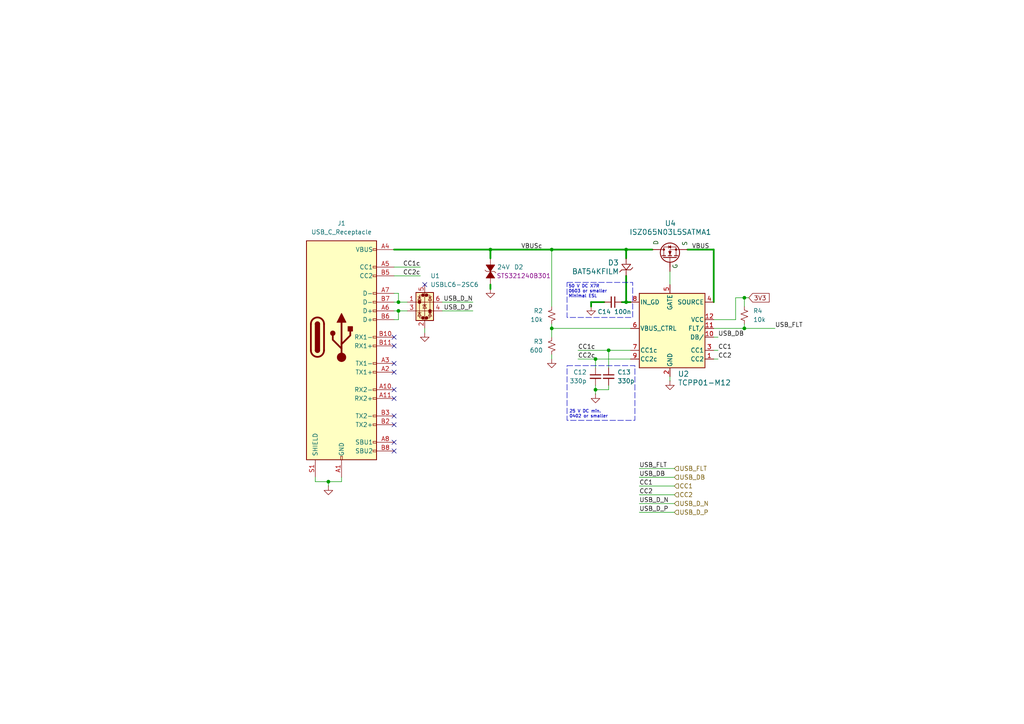
<source format=kicad_sch>
(kicad_sch (version 20231120) (generator "eeschema") (generator_version "8.0")
  (paper "A4")
  (lib_symbols
    (symbol "BAT54KFILM:BAT54KFILM" (pin_numbers hide) (pin_names (offset 0.254) hide)
      (property "Reference" "D" (at 12.7 7.62 0))
      (property "Value" "BAT54KFILM" (at 4.064 7.62 0))
      (symbol "BAT54KFILM_0_1"
        (polyline (pts (xy 1.1194 1.8962) (xy 1.7544 1.2612)) (stroke (width 0.2032)))
        (polyline (pts (xy 1.27 0) (xy 1.8477 0)))
        (polyline (pts (xy 1.7544 -1.2788) (xy 2.3894 -1.9138)) (stroke (width 0.2032)))
        (polyline (pts (xy 1.7544 -0.0088) (xy 3.3117 -1.2732)) (stroke (width 0.2032)))
        (polyline (pts (xy 1.7544 1.2612) (xy 1.7544 -1.2788)) (stroke (width 0.2032)))
        (polyline (pts (xy 3.3117 1.2269) (xy 1.7544 -0.0088)) (stroke (width 0.2032)))
        (polyline (pts (xy 3.3548 -1.3019) (xy 3.3548 1.2381)) (stroke (width 0.2032)))
        (polyline (pts (xy 3.81 0) (xy 3.3578 0)))
      )
      (symbol "BAT54KFILM_1_1"
        (pin passive line (at 0 0 0) (length 1.27) (name "") (number "1"))
        (pin passive line (at 5.08 0 180) (length 1.27) (name "") (number "2"))
      )
    )
    (symbol "Connector:USB_C_Receptacle" (pin_names (offset 1.016))
      (property "Reference" "J" (at -10.16 29.21 0))
      (property "Value" "USB_C_Receptacle" (at 10.16 29.21 0))
      (symbol "USB_C_Receptacle_0_0"
        (rectangle (start -0.254 -35.56) (end 0.254 -34.544))
        (rectangle (start 10.16 -32.766) (end 9.144 -33.274))
        (rectangle (start 10.16 -30.226) (end 9.144 -30.734))
        (rectangle (start 10.16 -25.146) (end 9.144 -25.654))
        (rectangle (start 10.16 -22.606) (end 9.144 -23.114))
        (rectangle (start 10.16 -17.526) (end 9.144 -18.034))
        (rectangle (start 10.16 -14.986) (end 9.144 -15.494))
        (rectangle (start 10.16 -9.906) (end 9.144 -10.414))
        (rectangle (start 10.16 -7.366) (end 9.144 -7.874))
        (rectangle (start 10.16 -2.286) (end 9.144 -2.794))
        (rectangle (start 10.16 0.254) (end 9.144 -0.254))
        (rectangle (start 10.16 5.334) (end 9.144 4.826))
        (rectangle (start 10.16 7.874) (end 9.144 7.366))
        (rectangle (start 10.16 10.414) (end 9.144 9.906))
        (rectangle (start 10.16 12.954) (end 9.144 12.446))
        (rectangle (start 10.16 18.034) (end 9.144 17.526))
        (rectangle (start 10.16 20.574) (end 9.144 20.066))
        (rectangle (start 10.16 25.654) (end 9.144 25.146))
      )
      (symbol "USB_C_Receptacle_0_1"
        (rectangle (start -10.16 27.94) (end 10.16 -35.56) (stroke (width 0.254)) (fill (type background)))
        (arc (start -8.89 -3.81) (mid -6.985 -5.7067) (end -5.08 -3.81) (stroke (width 0.508)))
        (arc (start -7.62 -3.81) (mid -6.985 -4.4423) (end -6.35 -3.81) (stroke (width 0.254)))
        (arc (start -7.62 -3.81) (mid -6.985 -4.4423) (end -6.35 -3.81) (stroke (width 0.254)) (fill (type outline)))
        (rectangle (start -7.62 -3.81) (end -6.35 3.81) (stroke (width 0.254)) (fill (type outline)))
        (arc (start -6.35 3.81) (mid -6.985 4.4423) (end -7.62 3.81) (stroke (width 0.254)))
        (arc (start -6.35 3.81) (mid -6.985 4.4423) (end -7.62 3.81) (stroke (width 0.254)) (fill (type outline)))
        (arc (start -5.08 3.81) (mid -6.985 5.7067) (end -8.89 3.81) (stroke (width 0.508)))
        (polyline (pts (xy -8.89 -3.81) (xy -8.89 3.81)) (stroke (width 0.508)))
        (polyline (pts (xy -5.08 3.81) (xy -5.08 -3.81)) (stroke (width 0.508)))
      )
      (symbol "USB_C_Receptacle_1_1"
        (circle (center -2.54 1.143) (radius 0.635) (stroke (width 0.254)) (fill (type outline)))
        (circle (center 0 -5.842) (radius 1.27) (fill (type outline)))
        (polyline (pts (xy 0 -5.842) (xy 0 4.318)) (stroke (width 0.508)))
        (polyline (pts (xy 0 -3.302) (xy -2.54 -0.762) (xy -2.54 0.508)) (stroke (width 0.508)))
        (polyline (pts (xy 0 -2.032) (xy 2.54 0.508) (xy 2.54 1.778)) (stroke (width 0.508)))
        (polyline (pts (xy -1.27 4.318) (xy 0 6.858) (xy 1.27 4.318) (xy -1.27 4.318)) (stroke (width 0.254)) (fill (type outline)))
        (rectangle (start 1.905 1.778) (end 3.175 3.048) (stroke (width 0.254)) (fill (type outline)))
        (pin passive line (at 0 -40.64 90) (length 5.08) (name "GND") (number "A1"))
        (pin bidirectional line (at 15.24 -15.24 180) (length 5.08) (name "RX2-") (number "A10"))
        (pin bidirectional line (at 15.24 -17.78 180) (length 5.08) (name "RX2+") (number "A11"))
        (pin passive line (at 0 -40.64 90) (length 5.08) hide (name "GND") (number "A12"))
        (pin bidirectional line (at 15.24 -10.16 180) (length 5.08) (name "TX1+") (number "A2"))
        (pin bidirectional line (at 15.24 -7.62 180) (length 5.08) (name "TX1-") (number "A3"))
        (pin passive line (at 15.24 25.4 180) (length 5.08) (name "VBUS") (number "A4"))
        (pin bidirectional line (at 15.24 20.32 180) (length 5.08) (name "CC1") (number "A5"))
        (pin bidirectional line (at 15.24 7.62 180) (length 5.08) (name "D+") (number "A6"))
        (pin bidirectional line (at 15.24 12.7 180) (length 5.08) (name "D-") (number "A7"))
        (pin bidirectional line (at 15.24 -30.48 180) (length 5.08) (name "SBU1") (number "A8"))
        (pin passive line (at 15.24 25.4 180) (length 5.08) hide (name "VBUS") (number "A9"))
        (pin passive line (at 0 -40.64 90) (length 5.08) hide (name "GND") (number "B1"))
        (pin bidirectional line (at 15.24 0 180) (length 5.08) (name "RX1-") (number "B10"))
        (pin bidirectional line (at 15.24 -2.54 180) (length 5.08) (name "RX1+") (number "B11"))
        (pin passive line (at 0 -40.64 90) (length 5.08) hide (name "GND") (number "B12"))
        (pin bidirectional line (at 15.24 -25.4 180) (length 5.08) (name "TX2+") (number "B2"))
        (pin bidirectional line (at 15.24 -22.86 180) (length 5.08) (name "TX2-") (number "B3"))
        (pin passive line (at 15.24 25.4 180) (length 5.08) hide (name "VBUS") (number "B4"))
        (pin bidirectional line (at 15.24 17.78 180) (length 5.08) (name "CC2") (number "B5"))
        (pin bidirectional line (at 15.24 5.08 180) (length 5.08) (name "D+") (number "B6"))
        (pin bidirectional line (at 15.24 10.16 180) (length 5.08) (name "D-") (number "B7"))
        (pin bidirectional line (at 15.24 -33.02 180) (length 5.08) (name "SBU2") (number "B8"))
        (pin passive line (at 15.24 25.4 180) (length 5.08) hide (name "VBUS") (number "B9"))
        (pin passive line (at -7.62 -40.64 90) (length 5.08) (name "SHIELD") (number "S1"))
      )
    )
    (symbol "Device:C_Small" (pin_numbers hide) (pin_names (offset 0.254) hide)
      (property "Reference" "C" (at 0.254 1.778 0))
      (property "Value" "C_Small" (at 0.254 -2.032 0))
      (symbol "C_Small_0_1"
        (polyline (pts (xy -1.524 -0.508) (xy 1.524 -0.508)) (stroke (width 0.3302)))
        (polyline (pts (xy -1.524 0.508) (xy 1.524 0.508)) (stroke (width 0.3048)))
      )
      (symbol "C_Small_1_1"
        (pin passive line (at 0 2.54 270) (length 2.032) (name "~") (number "1"))
        (pin passive line (at 0 -2.54 90) (length 2.032) (name "~") (number "2"))
      )
    )
    (symbol "Device:R_Small_US" (pin_numbers hide) (pin_names (offset 0.254) hide)
      (property "Reference" "R" (at 0.762 0.508 0))
      (property "Value" "R_Small_US" (at 0.762 -1.016 0))
      (symbol "R_Small_US_1_1"
        (polyline (pts (xy 0 0) (xy 1.016 -0.381) (xy 0 -0.762) (xy -1.016 -1.143) (xy 0 -1.524)))
        (polyline (pts (xy 0 1.524) (xy 1.016 1.143) (xy 0 0.762) (xy -1.016 0.381) (xy 0 0)))
        (pin passive line (at 0 2.54 270) (length 1.016) (name "~") (number "1"))
        (pin passive line (at 0 -2.54 90) (length 1.016) (name "~") (number "2"))
      )
    )
    (symbol "ISZ065N03L5SATMA1:ISZ065N03L5SATMA1" (pin_numbers hide) (pin_names (offset 0.254) hide)
      (property "Reference" "U" (at 21.082 2.794 0))
      (property "Value" "ISZ065N03L5SATMA1" (at 21.082 0.254 0))
      (symbol "ISZ065N03L5SATMA1_0_1"
        (polyline (pts (xy 4.064 0) (xy 1.27 0)))
        (polyline (pts (xy 4.064 1.905) (xy 4.064 -1.905)) (stroke (width 0.254)))
        (polyline (pts (xy 4.572 -1.27) (xy 4.572 -2.286)) (stroke (width 0.254)))
        (polyline (pts (xy 4.572 0.508) (xy 4.572 -0.508)) (stroke (width 0.254)))
        (polyline (pts (xy 4.572 2.286) (xy 4.572 1.27)) (stroke (width 0.254)))
        (polyline (pts (xy 6.35 2.54) (xy 6.35 1.778)))
        (polyline (pts (xy 6.35 -2.54) (xy 6.35 0) (xy 4.572 0)))
        (polyline (pts (xy 4.572 -1.778) (xy 7.112 -1.778) (xy 7.112 1.778) (xy 4.572 1.778)))
        (polyline (pts (xy 4.826 0) (xy 5.842 0.381) (xy 5.842 -0.381) (xy 4.826 0)) (fill (type outline)))
        (polyline (pts (xy 7.112 0.381) (xy 6.731 -0.254) (xy 7.493 -0.254) (xy 7.112 0.381)) (fill (type outline)))
        (circle (center 5.461 0) (radius 2.794) (stroke (width 0.254)))
        (circle (center 6.35 -1.778) (radius 0.254) (fill (type outline)))
        (circle (center 6.35 1.778) (radius 0.254) (fill (type outline)))
      )
      (symbol "ISZ065N03L5SATMA1_1_1"
        (polyline (pts (xy 6.7149 0.4191) (xy 7.5194 0.4191)))
        (text "D" (at 8.382 4.064 0) (effects (font (size 1.27 1.27))))
        (text "G" (at 1.524 -1.524 0) (effects (font (size 1.27 1.27))))
        (text "S" (at 8.128 -4.318 0) (effects (font (size 1.27 1.27))))
        (pin passive line (at 6.35 -5.08 90) (length 2.54) (name "") (number "1"))
        (pin passive line (at 6.35 -5.08 90) (length 2.54) hide (name "") (number "2"))
        (pin passive line (at 6.35 -5.08 90) (length 2.54) hide (name "") (number "3"))
        (pin passive line (at 0 0 0) (length 2.54) (name "") (number "4"))
        (pin passive line (at 6.35 5.08 270) (length 2.54) (name "D") (number "5"))
        (pin passive line (at 6.35 5.08 270) (length 2.54) hide (name "D") (number "6"))
        (pin passive line (at 6.35 5.08 270) (length 2.54) hide (name "D") (number "7"))
        (pin passive line (at 6.35 5.08 270) (length 2.54) hide (name "D") (number "8"))
      )
    )
    (symbol "Power_Protection:USBLC6-2SC6" (pin_names hide)
      (property "Reference" "U" (at 0.635 5.715 0))
      (property "Value" "USBLC6-2SC6" (at 0.635 3.81 0))
      (symbol "USBLC6-2SC6_0_0"
        (circle (center -1.524 0) (radius 0.0001) (stroke (width 0.508)))
        (circle (center -0.508 -4.572) (radius 0.0001) (stroke (width 0.508)))
        (circle (center -0.508 2.032) (radius 0.0001) (stroke (width 0.508)))
        (circle (center 0.508 -4.572) (radius 0.0001) (stroke (width 0.508)))
        (circle (center 0.508 2.032) (radius 0.0001) (stroke (width 0.508)))
        (circle (center 1.524 -2.54) (radius 0.0001) (stroke (width 0.508)))
      )
      (symbol "USBLC6-2SC6_0_1"
        (polyline (pts (xy -2.54 -2.54) (xy 2.54 -2.54)))
        (polyline (pts (xy -2.54 0) (xy 2.54 0)))
        (polyline (pts (xy -2.032 -3.048) (xy -1.016 -3.048)))
        (polyline (pts (xy -1.016 1.524) (xy -2.032 1.524)))
        (polyline (pts (xy 1.016 -3.048) (xy 2.032 -3.048)))
        (polyline (pts (xy 1.016 1.524) (xy 2.032 1.524)))
        (polyline (pts (xy -0.508 -1.143) (xy -0.508 -0.762) (xy 0.508 -0.762)))
        (polyline (pts (xy -2.032 0.508) (xy -1.016 0.508) (xy -1.524 1.524) (xy -2.032 0.508)))
        (polyline (pts (xy -1.016 -4.064) (xy -2.032 -4.064) (xy -1.524 -3.048) (xy -1.016 -4.064)))
        (polyline (pts (xy 0.508 -1.778) (xy -0.508 -1.778) (xy 0 -0.762) (xy 0.508 -1.778)))
        (polyline (pts (xy 2.032 -4.064) (xy 1.016 -4.064) (xy 1.524 -3.048) (xy 2.032 -4.064)))
        (polyline (pts (xy 2.032 0.508) (xy 1.016 0.508) (xy 1.524 1.524) (xy 2.032 0.508)))
        (polyline (pts (xy 0 2.54) (xy -0.508 2.032) (xy 0.508 2.032) (xy 0 1.524) (xy 0 -4.064) (xy -0.508 -4.572) (xy 0.508 -4.572) (xy 0 -5.08)))
      )
      (symbol "USBLC6-2SC6_1_1"
        (rectangle (start -2.54 2.794) (end 2.54 -5.334) (stroke (width 0.254)) (fill (type background)))
        (polyline (pts (xy -0.508 2.032) (xy -1.524 2.032) (xy -1.524 -4.572) (xy -0.508 -4.572)))
        (polyline (pts (xy 0.508 -4.572) (xy 1.524 -4.572) (xy 1.524 2.032) (xy 0.508 2.032)))
        (pin passive line (at -5.08 0 0) (length 2.54) (name "I/O1") (number "1"))
        (pin passive line (at 0 -7.62 90) (length 2.54) (name "GND") (number "2"))
        (pin passive line (at -5.08 -2.54 0) (length 2.54) (name "I/O2") (number "3"))
        (pin passive line (at 5.08 -2.54 180) (length 2.54) (name "I/O2") (number "4"))
        (pin passive line (at 0 5.08 270) (length 2.54) (name "VBUS") (number "5"))
        (pin passive line (at 5.08 0 180) (length 2.54) (name "I/O1") (number "6"))
      )
    )
    (symbol "STS321240B301:STS321240B301" (pin_numbers hide)
      (property "Reference" "D" (at 3.81 4.572 0))
      (property "MPN" "STS321240B301" (at 3.556 2.794 0))
      (symbol "STS321240B301_0_1"
        (polyline (pts (xy 3.81 0) (xy 3.8101 -1.1653) (xy 4.2191 -1.5649)))
        (polyline (pts (xy 3.81 0) (xy 3.8099 1.1653) (xy 3.4009 1.5649)))
        (polyline (pts (xy 3.81 0) (xy 1.905 1.27) (xy 1.905 -1.27) (xy 3.81 0)) (fill (type outline)))
        (polyline (pts (xy 3.81 0) (xy 5.715 1.27) (xy 5.715 -1.27) (xy 3.81 0)) (fill (type outline)))
      )
      (symbol "STS321240B301_1_1"
        (pin passive line (at 0 0 0) (length 1.905) (name "") (number "1"))
        (pin passive line (at 7.62 0 180) (length 1.905) (name "") (number "2"))
      )
    )
    (symbol "TCPP01-M12:TCPP01-M12" (pin_names (offset 0.254))
      (property "Reference" "U" (at 21.336 -20.828 0))
      (property "Value" "TCPP01-M12" (at 21.336 -23.368 0))
      (symbol "TCPP01-M12_1_1"
        (rectangle (start 2.54 2.54) (end 21.59 -19.05) (stroke (width 0.254)) (fill (type background)))
        (pin bidirectional line (at 24.13 -16.51 180) (length 2.54) (name "CC2") (number "1"))
        (pin input line (at 24.13 -10.16 180) (length 2.54) (name "DB/") (number "10"))
        (pin output line (at 24.13 -7.62 180) (length 2.54) (name "FLT/") (number "11"))
        (pin input line (at 24.13 -5.08 180) (length 2.54) (name "VCC") (number "12"))
        (pin power_out line (at 11.43 -21.59 90) (length 2.54) hide (name "GND") (number "13"))
        (pin power_out line (at 11.43 -21.59 90) (length 2.54) (name "GND") (number "2"))
        (pin bidirectional line (at 24.13 -13.97 180) (length 2.54) (name "CC1") (number "3"))
        (pin unspecified line (at 24.13 0 180) (length 2.54) (name "SOURCE") (number "4"))
        (pin output line (at 11.43 5.08 270) (length 2.54) (name "GATE") (number "5"))
        (pin input line (at 0 -7.62 0) (length 2.54) (name "VBUS_CTRL") (number "6"))
        (pin bidirectional line (at 0 -13.97 0) (length 2.54) (name "CC1c") (number "7"))
        (pin power_out line (at 0 0 0) (length 2.54) (name "IN_GD") (number "8"))
        (pin bidirectional line (at 0 -16.51 0) (length 2.54) (name "CC2c") (number "9"))
      )
    )
    (symbol "power:GND" (power) (pin_numbers hide) (pin_names (offset 0) hide)
      (property "Value" "GND" (at 0 -3.81 0))
      (symbol "GND_0_1"
        (polyline (pts (xy 0 0) (xy 0 -1.27) (xy 1.27 -1.27) (xy 0 -2.54) (xy -1.27 -1.27) (xy 0 -1.27)))
      )
      (symbol "GND_1_1"
        (pin power_in line (at 0 0 270) (length 0) (name "~") (number "1"))
      )
    )
  )
  (junction (at 215.9 95.25))
  (junction (at 215.9 86.36))
  (junction (at 115.57 87.63))
  (junction (at 181.61 87.63))
  (junction (at 176.53 101.6))
  (junction (at 172.72 113.03))
  (junction (at 160.02 95.25))
  (junction (at 172.72 104.14))
  (junction (at 95.25 139.7))
  (junction (at 142.24 72.39))
  (junction (at 160.02 72.39))
  (junction (at 115.57 90.17))
  (junction (at 181.61 72.39))
  (no_connect (at 114.3 115.57))
  (no_connect (at 114.3 107.95))
  (no_connect (at 114.3 100.33))
  (no_connect (at 114.3 113.03))
  (no_connect (at 114.3 123.19))
  (no_connect (at 114.3 120.65))
  (no_connect (at 114.3 130.81))
  (no_connect (at 114.3 128.27))
  (no_connect (at 123.19 82.55))
  (no_connect (at 114.3 97.79))
  (no_connect (at 114.3 105.41))
  (wire (pts (xy 99.06 138.43) (xy 99.06 139.7)))
  (wire (pts (xy 180.34 87.63) (xy 181.61 87.63)) (stroke (width 0.508)))
  (wire (pts (xy 199.39 72.39) (xy 207.01 72.39)) (stroke (width 0.508)))
  (wire (pts (xy 171.45 87.63) (xy 175.26 87.63)) (stroke (width 0.508)))
  (wire (pts (xy 128.27 90.17) (xy 137.16 90.17)))
  (wire (pts (xy 114.3 77.47) (xy 121.92 77.47)))
  (wire (pts (xy 207.01 97.79) (xy 208.28 97.79)))
  (wire (pts (xy 114.3 85.09) (xy 115.57 85.09)))
  (wire (pts (xy 115.57 92.71) (xy 114.3 92.71)))
  (wire (pts (xy 176.53 101.6) (xy 182.88 101.6)))
  (wire (pts (xy 215.9 86.36) (xy 213.36 86.36)))
  (wire (pts (xy 207.01 104.14) (xy 208.28 104.14)))
  (wire (pts (xy 185.42 146.05) (xy 195.58 146.05)))
  (wire (pts (xy 114.3 87.63) (xy 115.57 87.63)))
  (wire (pts (xy 115.57 85.09) (xy 115.57 87.63)))
  (wire (pts (xy 142.24 72.39) (xy 160.02 72.39)) (stroke (width 0.508)))
  (wire (pts (xy 142.24 72.39) (xy 142.24 74.93)) (stroke (width 0.508)))
  (wire (pts (xy 115.57 90.17) (xy 115.57 92.71)))
  (wire (pts (xy 194.31 78.74) (xy 194.31 82.55)))
  (wire (pts (xy 215.9 86.36) (xy 215.9 88.9)))
  (wire (pts (xy 115.57 87.63) (xy 118.11 87.63)))
  (wire (pts (xy 181.61 72.39) (xy 181.61 74.93)) (stroke (width 0.508)))
  (wire (pts (xy 172.72 104.14) (xy 182.88 104.14)))
  (wire (pts (xy 185.42 140.97) (xy 195.58 140.97)))
  (wire (pts (xy 128.27 87.63) (xy 137.16 87.63)))
  (wire (pts (xy 160.02 95.25) (xy 160.02 97.79)))
  (wire (pts (xy 95.25 139.7) (xy 91.44 139.7)))
  (wire (pts (xy 160.02 95.25) (xy 182.88 95.25)))
  (wire (pts (xy 194.31 109.22) (xy 194.31 110.49)))
  (wire (pts (xy 114.3 90.17) (xy 115.57 90.17)))
  (wire (pts (xy 215.9 95.25) (xy 224.79 95.25)))
  (wire (pts (xy 213.36 86.36) (xy 213.36 92.71)))
  (wire (pts (xy 142.24 82.55) (xy 142.24 83.82)) (stroke (width 0.508)))
  (wire (pts (xy 213.36 92.71) (xy 207.01 92.71)))
  (wire (pts (xy 176.53 111.76) (xy 176.53 113.03)))
  (wire (pts (xy 172.72 113.03) (xy 172.72 114.3)))
  (wire (pts (xy 114.3 72.39) (xy 142.24 72.39)) (stroke (width 0.508)))
  (wire (pts (xy 99.06 139.7) (xy 95.25 139.7)))
  (wire (pts (xy 114.3 80.01) (xy 121.92 80.01)))
  (wire (pts (xy 185.42 138.43) (xy 195.58 138.43)))
  (wire (pts (xy 160.02 93.98) (xy 160.02 95.25)))
  (wire (pts (xy 115.57 90.17) (xy 118.11 90.17)))
  (wire (pts (xy 185.42 148.59) (xy 195.58 148.59)))
  (wire (pts (xy 181.61 80.01) (xy 181.61 87.63)) (stroke (width 0.508)))
  (wire (pts (xy 181.61 87.63) (xy 182.88 87.63)) (stroke (width 0.508)))
  (wire (pts (xy 172.72 104.14) (xy 172.72 106.68)))
  (wire (pts (xy 172.72 113.03) (xy 176.53 113.03)))
  (wire (pts (xy 217.17 86.36) (xy 215.9 86.36)))
  (wire (pts (xy 160.02 72.39) (xy 160.02 88.9)))
  (wire (pts (xy 172.72 111.76) (xy 172.72 113.03)))
  (wire (pts (xy 215.9 93.98) (xy 215.9 95.25)))
  (wire (pts (xy 207.01 87.63) (xy 207.01 72.39)) (stroke (width 0.508)))
  (wire (pts (xy 207.01 95.25) (xy 215.9 95.25)))
  (wire (pts (xy 167.64 101.6) (xy 176.53 101.6)))
  (wire (pts (xy 160.02 72.39) (xy 181.61 72.39)) (stroke (width 0.508)))
  (wire (pts (xy 171.45 88.9) (xy 171.45 87.63)) (stroke (width 0.508)))
  (wire (pts (xy 185.42 143.51) (xy 195.58 143.51)))
  (wire (pts (xy 207.01 101.6) (xy 208.28 101.6)))
  (wire (pts (xy 95.25 139.7) (xy 95.25 140.97)))
  (wire (pts (xy 185.42 135.89) (xy 195.58 135.89)))
  (wire (pts (xy 91.44 139.7) (xy 91.44 138.43)))
  (wire (pts (xy 176.53 101.6) (xy 176.53 106.68)))
  (wire (pts (xy 181.61 72.39) (xy 189.23 72.39)) (stroke (width 0.508)))
  (wire (pts (xy 160.02 102.87) (xy 160.02 104.14)))
  (wire (pts (xy 123.19 95.25) (xy 123.19 96.52)))
  (wire (pts (xy 167.64 104.14) (xy 172.72 104.14)))
  (rectangle (start 164.465 81.915) (end 183.515 92.075) (stroke (width 0) (type dash)))
  (rectangle (start 164.465 106.045) (end 184.15 121.92) (stroke (width 0) (type dash)))
  (text "25 V DC min.\n0402 or smaller" (at 165.1 120.142 0) (effects (font (size 0.889 0.889)) (justify left)))
  (text "50 V DC X7R\n0603 or smaller\nMinimal ESL" (at 164.846 84.582 0) (effects (font (size 0.889 0.889)) (justify left)))
  (label "CC1c" (at 167.64 101.6 0))
  (label "USB_FLT" (at 224.79 95.25 0))
  (label "USB_D_P" (at 185.42 148.59 0))
  (label "CC1c" (at 121.92 77.47 180))
  (label "VBUSc" (at 151.13 72.39 0))
  (label "CC1" (at 185.42 140.97 0))
  (label "CC2c" (at 167.64 104.14 0))
  (label "USB_DB" (at 208.28 97.79 0))
  (label "USB_FLT" (at 185.42 135.89 0))
  (label "USB_D_N" (at 137.16 87.63 180))
  (label "VBUS" (at 200.66 72.39 0))
  (label "CC1" (at 208.28 101.6 0))
  (label "USB_D_N" (at 185.42 146.05 0))
  (label "CC2" (at 208.28 104.14 0))
  (label "CC2c" (at 121.92 80.01 180))
  (label "USB_D_P" (at 137.16 90.17 180))
  (label "USB_DB" (at 185.42 138.43 0))
  (label "CC2" (at 185.42 143.51 0))
  (global_label "3V3" (shape input) (at 217.17 86.36 0) (property "Intersheetrefs" "${INTERSHEET_REFS}" (effects (hide yes))))
  (hierarchical_label "USB_D_N" (shape input) (at 195.58 146.05 0))
  (hierarchical_label "CC1" (shape input) (at 195.58 140.97 0))
  (hierarchical_label "USB_DB" (shape input) (at 195.58 138.43 0))
  (hierarchical_label "CC2" (shape input) (at 195.58 143.51 0))
  (hierarchical_label "USB_FLT" (shape input) (at 195.58 135.89 0))
  (hierarchical_label "USB_D_P" (shape input) (at 195.58 148.59 0))
  (symbol (lib_id "Power_Protection:USBLC6-2SC6") (at 123.19 87.63 0) (unit 1)
    (property "Reference" "U1" (at 124.8411 80.01 0) (effects (justify left)))
    (property "Value" "USBLC6-2SC6" (at 124.8411 82.55 0) (effects (justify left)))
    (property "Footprint" "Package_TO_SOT_SMD:SOT-23-6" (effects (hide yes)))
    (property "Datasheet" "https://www.st.com/resource/en/datasheet/usblc6-2.pdf" (effects (hide yes)))
    (property "Description" "Very low capacitance ESD protection diode, 2 data-line, SOT-23-6" (effects (hide yes)))
  )
  (symbol (lib_id "STS321240B301:STS321240B301") (at 142.24 82.55 270) (mirror x) (unit 1)
    (property "Reference" "D2" (at 149.098 77.47 90) (effects (justify left)))
    (property "Value" "24V" (at 146.05 77.47 90))
    (property "Footprint" "STS321240B301:STS321240B301" (effects (hide yes)))
    (property "Datasheet" "https://www.eaton.com/content/dam/eaton/products/electronic-components/resources/data-sheet/eaton-sts321xxxbxx1-tvs-diode-esd-suppressor-data-sheet.pdf" (effects (hide yes)))
    (property "MPN" "STS321240B301" (at 144.018 80.01 90) (effects (justify left)))
  )
  (symbol (lib_id "power:GND") (at 142.24 83.82 0) (unit 1)
    (property "Reference" "#PWR012" (effects (hide yes)))
    (property "Value" "GND" (effects (hide yes)))
    (property "Description" "Power symbol creates a global label with name \"GND\" , ground" (effects (hide yes)))
  )
  (symbol (lib_id "power:GND") (at 160.02 104.14 0) (unit 1)
    (property "Reference" "#PWR013" (effects (hide yes)))
    (property "Value" "GND" (effects (hide yes)))
    (property "Description" "Power symbol creates a global label with name \"GND\" , ground" (effects (hide yes)))
  )
  (symbol (lib_id "Device:C_Small") (at 177.8 87.63 270) (mirror x) (unit 1)
    (property "Reference" "C14" (at 175.26 90.424 90))
    (property "Value" "100n" (at 180.594 90.424 90))
    (property "Description" "Unpolarized capacitor, small symbol" (effects (hide yes)))
  )
  (symbol (lib_id "power:GND") (at 123.19 96.52 0) (unit 1)
    (property "Reference" "#PWR011" (effects (hide yes)))
    (property "Value" "GND" (effects (hide yes)))
    (property "Description" "Power symbol creates a global label with name \"GND\" , ground" (effects (hide yes)))
  )
  (symbol (lib_id "TCPP01-M12:TCPP01-M12") (at 182.88 87.63 0) (unit 1)
    (property "Reference" "U2" (at 196.596 108.458 0) (effects (font (size 1.524 1.524)) (justify left)))
    (property "Value" "TCPP01-M12" (at 196.596 110.998 0) (effects (font (size 1.524 1.524)) (justify left)))
    (property "Footprint" "QFN12_TCPP01-M12_STM" (effects (hide yes)))
    (property "Datasheet" "TCPP01-M12" (effects (hide yes)))
  )
  (symbol (lib_id "ISZ065N03L5SATMA1:ISZ065N03L5SATMA1") (at 194.31 78.74 90) (unit 1)
    (property "Reference" "U4" (at 194.437 64.77 90) (effects (font (size 1.524 1.524))))
    (property "Value" "ISZ065N03L5SATMA1" (at 194.437 67.31 90) (effects (font (size 1.524 1.524))))
    (property "Footprint" "PG-TSDSON-8-25" (effects (hide yes)))
    (property "Datasheet" "ISZ065N03L5SATMA1" (effects (hide yes)))
  )
  (symbol (lib_id "power:GND") (at 95.25 140.97 0) (unit 1)
    (property "Reference" "#PWR010" (effects (hide yes)))
    (property "Value" "GND" (effects (hide yes)))
    (property "Description" "Power symbol creates a global label with name \"GND\" , ground" (effects (hide yes)))
  )
  (symbol (lib_id "Device:C_Small") (at 172.72 109.22 0) (unit 1)
    (property "Reference" "C12" (at 170.18 107.9562 0) (effects (justify right)))
    (property "Value" "330p" (at 170.18 110.4962 0) (effects (justify right)))
    (property "Description" "Unpolarized capacitor, small symbol" (effects (hide yes)))
  )
  (symbol (lib_id "Device:R_Small_US") (at 160.02 91.44 0) (mirror y) (unit 1)
    (property "Reference" "R2" (at 157.48 90.1699 0) (effects (justify left)))
    (property "Value" "10k" (at 157.48 92.7099 0) (effects (justify left)))
    (property "Description" "Resistor, small US symbol" (effects (hide yes)))
  )
  (symbol (lib_id "Connector:USB_C_Receptacle") (at 99.06 97.79 0) (unit 1)
    (property "Reference" "J1" (at 99.06 64.77 0))
    (property "Value" "USB_C_Receptacle" (at 99.06 67.31 0))
    (property "Datasheet" "https://www.usb.org/sites/default/files/documents/usb_type-c.zip" (effects (hide yes)))
    (property "Description" "USB Full-Featured Type-C Receptacle connector" (effects (hide yes)))
  )
  (symbol (lib_id "Device:R_Small_US") (at 215.9 91.44 0) (unit 1)
    (property "Reference" "R4" (at 218.44 90.1699 0) (effects (justify left)))
    (property "Value" "10k" (at 218.44 92.7099 0) (effects (justify left)))
    (property "Description" "Resistor, small US symbol" (effects (hide yes)))
  )
  (symbol (lib_id "BAT54KFILM:BAT54KFILM") (at 181.61 80.01 90) (unit 1)
    (property "Reference" "D3" (at 176.276 76.2 90) (effects (font (size 1.524 1.524)) (justify right)))
    (property "Value" "BAT54KFILM" (at 165.862 78.74 90) (effects (font (size 1.524 1.524)) (justify right)))
    (property "Footprint" "SOD-523_STM" (effects (hide yes)))
    (property "Datasheet" "BAT54KFILM" (effects (hide yes)))
  )
  (symbol (lib_id "power:GND") (at 171.45 88.9 0) (unit 1)
    (property "Reference" "#PWR014" (effects (hide yes)))
    (property "Value" "GND" (effects (hide yes)))
    (property "Description" "Power symbol creates a global label with name \"GND\" , ground" (effects (hide yes)))
  )
  (symbol (lib_id "power:GND") (at 194.31 110.49 0) (unit 1)
    (property "Reference" "#PWR016" (effects (hide yes)))
    (property "Value" "GND" (effects (hide yes)))
    (property "Description" "Power symbol creates a global label with name \"GND\" , ground" (effects (hide yes)))
  )
  (symbol (lib_id "Device:C_Small") (at 176.53 109.22 0) (mirror y) (unit 1)
    (property "Reference" "C13" (at 179.07 107.9562 0) (effects (justify right)))
    (property "Value" "330p" (at 179.07 110.4962 0) (effects (justify right)))
    (property "Description" "Unpolarized capacitor, small symbol" (effects (hide yes)))
  )
  (symbol (lib_id "power:GND") (at 172.72 114.3 0) (unit 1)
    (property "Reference" "#PWR015" (effects (hide yes)))
    (property "Value" "GND" (effects (hide yes)))
    (property "Description" "Power symbol creates a global label with name \"GND\" , ground" (effects (hide yes)))
  )
  (symbol (lib_id "Device:R_Small_US") (at 160.02 100.33 0) (mirror y) (unit 1)
    (property "Reference" "R3" (at 157.48 99.0599 0) (effects (justify left)))
    (property "Value" "600" (at 157.48 101.5999 0) (effects (justify left)))
    (property "Description" "Resistor, small US symbol" (effects (hide yes)))
  )
)
</source>
